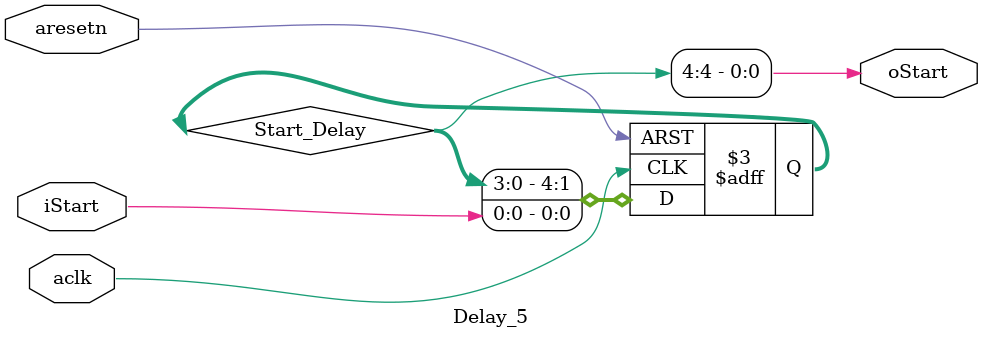
<source format=v>
module Delay_5(
	input  aclk,
	input  aresetn,
	input  iStart,
	output oStart
);

reg [4:0] Start_Delay; 

always @(posedge aclk or negedge aresetn) begin
    if(!aresetn) begin
        Start_Delay <= 0;
    end
    else begin
        Start_Delay[0] <= iStart;
        Start_Delay[1] <= Start_Delay[0];
        Start_Delay[2] <= Start_Delay[1];
        Start_Delay[3] <= Start_Delay[2];
        Start_Delay[4] <= Start_Delay[3];
    end
end

assign oStart = Start_Delay[4];

endmodule
</source>
